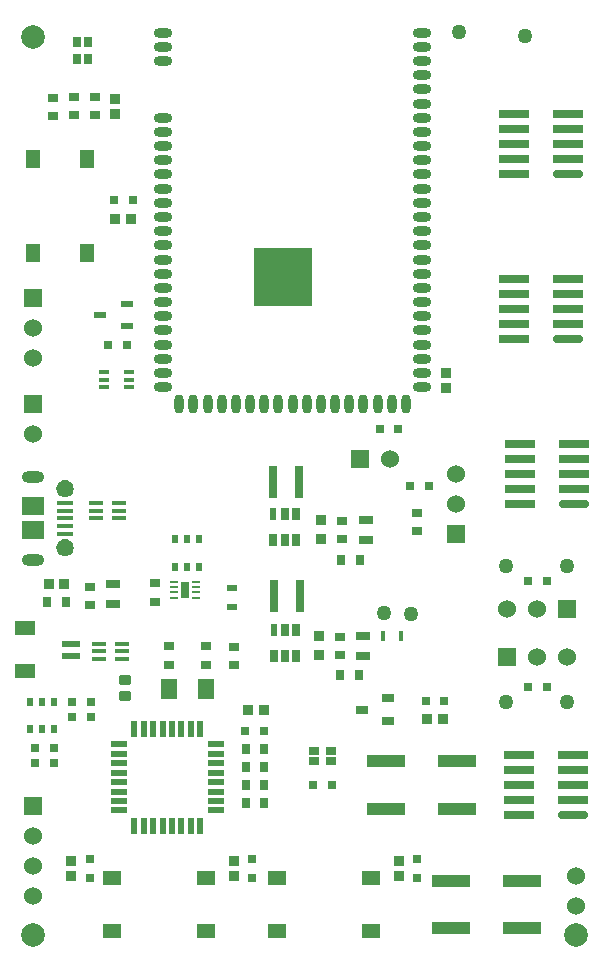
<source format=gts>
G04*
G04 #@! TF.GenerationSoftware,Altium Limited,Altium Designer,22.4.2 (48)*
G04*
G04 Layer_Color=8388736*
%FSLAX44Y44*%
%MOMM*%
G71*
G04*
G04 #@! TF.SameCoordinates,FFC21B23-D813-4AC5-8D0E-201BBD69237A*
G04*
G04*
G04 #@! TF.FilePolarity,Negative*
G04*
G01*
G75*
%ADD21R,0.8128X0.9144*%
%ADD22R,0.9144X0.8128*%
%ADD23R,0.9000X0.8000*%
%ADD24R,1.3000X0.7000*%
%ADD25R,0.9652X0.8636*%
%ADD26R,0.9500X0.5500*%
%ADD27R,0.6500X0.8500*%
%ADD28R,0.8500X0.6500*%
G04:AMPARAMS|DCode=29|XSize=0.95mm|YSize=0.8mm|CornerRadius=0.1mm|HoleSize=0mm|Usage=FLASHONLY|Rotation=0.000|XOffset=0mm|YOffset=0mm|HoleType=Round|Shape=RoundedRectangle|*
%AMROUNDEDRECTD29*
21,1,0.9500,0.6000,0,0,0.0*
21,1,0.7500,0.8000,0,0,0.0*
1,1,0.2000,0.3750,-0.3000*
1,1,0.2000,-0.3750,-0.3000*
1,1,0.2000,-0.3750,0.3000*
1,1,0.2000,0.3750,0.3000*
%
%ADD29ROUNDEDRECTD29*%
G04:AMPARAMS|DCode=30|XSize=0.95mm|YSize=0.8mm|CornerRadius=0.08mm|HoleSize=0mm|Usage=FLASHONLY|Rotation=0.000|XOffset=0mm|YOffset=0mm|HoleType=Round|Shape=RoundedRectangle|*
%AMROUNDEDRECTD30*
21,1,0.9500,0.6400,0,0,0.0*
21,1,0.7900,0.8000,0,0,0.0*
1,1,0.1600,0.3950,-0.3200*
1,1,0.1600,-0.3950,-0.3200*
1,1,0.1600,-0.3950,0.3200*
1,1,0.1600,0.3950,0.3200*
%
%ADD30ROUNDEDRECTD30*%
%ADD31R,1.8000X1.2000*%
%ADD32R,1.5500X0.6000*%
%ADD33R,2.5400X0.6350*%
G04:AMPARAMS|DCode=34|XSize=2.54mm|YSize=0.635mm|CornerRadius=0.1588mm|HoleSize=0mm|Usage=FLASHONLY|Rotation=180.000|XOffset=0mm|YOffset=0mm|HoleType=Round|Shape=RoundedRectangle|*
%AMROUNDEDRECTD34*
21,1,2.5400,0.3175,0,0,180.0*
21,1,2.2225,0.6350,0,0,180.0*
1,1,0.3175,-1.1113,0.1588*
1,1,0.3175,1.1113,0.1588*
1,1,0.3175,1.1113,-0.1588*
1,1,0.3175,-1.1113,-0.1588*
%
%ADD34ROUNDEDRECTD34*%
%ADD35R,0.8000X2.7000*%
G04:AMPARAMS|DCode=37|XSize=0.8mm|YSize=1.6mm|CornerRadius=0.4mm|HoleSize=0mm|Usage=FLASHONLY|Rotation=0.000|XOffset=0mm|YOffset=0mm|HoleType=Round|Shape=RoundedRectangle|*
%AMROUNDEDRECTD37*
21,1,0.8000,0.8000,0,0,0.0*
21,1,0.0000,1.6000,0,0,0.0*
1,1,0.8000,0.0000,-0.4000*
1,1,0.8000,0.0000,-0.4000*
1,1,0.8000,0.0000,0.4000*
1,1,0.8000,0.0000,0.4000*
%
%ADD37ROUNDEDRECTD37*%
G04:AMPARAMS|DCode=38|XSize=1.6mm|YSize=0.8mm|CornerRadius=0.4mm|HoleSize=0mm|Usage=FLASHONLY|Rotation=0.000|XOffset=0mm|YOffset=0mm|HoleType=Round|Shape=RoundedRectangle|*
%AMROUNDEDRECTD38*
21,1,1.6000,0.0000,0,0,0.0*
21,1,0.8000,0.8000,0,0,0.0*
1,1,0.8000,0.4000,0.0000*
1,1,0.8000,-0.4000,0.0000*
1,1,0.8000,-0.4000,0.0000*
1,1,0.8000,0.4000,0.0000*
%
%ADD38ROUNDEDRECTD38*%
%ADD39R,1.0668X0.5588*%
%ADD40R,0.5080X0.6990*%
%ADD41R,1.1684X0.3556*%
%ADD42R,0.7620X0.8128*%
%ADD43R,0.8000X0.8000*%
%ADD44R,0.8128X0.7620*%
%ADD45R,0.8000X0.8000*%
%ADD46R,0.4500X0.8500*%
%ADD47R,3.2000X1.0000*%
%ADD48R,1.2954X1.5494*%
%ADD49R,1.5494X1.2954*%
%ADD50R,0.5080X1.4732*%
%ADD51R,1.4732X0.5080*%
%ADD52R,0.6500X1.0600*%
%ADD53R,0.6000X1.0600*%
%ADD54R,0.7000X0.2500*%
%ADD56R,1.3208X1.7018*%
%ADD57R,0.8500X0.4500*%
%ADD59R,1.3462X0.4064*%
%ADD60R,1.0600X0.6500*%
%ADD61R,5.0000X5.0000*%
%ADD62C,1.2700*%
%ADD63R,0.6400X1.3700*%
%ADD64R,1.9050X1.4986*%
%ADD65C,2.0000*%
%ADD66R,1.5240X1.5240*%
%ADD67C,1.5240*%
%ADD68R,1.5240X1.5240*%
%ADD69O,1.9050X0.9910*%
%ADD70C,1.4500*%
G36*
X54587Y347985D02*
X54338Y349875D01*
X53608Y351636D01*
X52448Y353148D01*
X50936Y354308D01*
X49175Y355038D01*
X47285Y355286D01*
X45395Y355038D01*
X43634Y354308D01*
X42122Y353148D01*
X40962Y351636D01*
X40232Y349875D01*
X39983Y347985D01*
D01*
X40232Y346095D01*
X40962Y344334D01*
X42122Y342822D01*
X43634Y341662D01*
X45395Y340932D01*
X47285Y340684D01*
X49175Y340932D01*
X50936Y341662D01*
X52448Y342822D01*
X53608Y344334D01*
X54338Y346095D01*
X54587Y347985D01*
D01*
D02*
G37*
G36*
Y397985D02*
X54338Y399875D01*
X53608Y401636D01*
X52448Y403148D01*
X50936Y404308D01*
X49175Y405038D01*
X47285Y405286D01*
X45395Y405038D01*
X43634Y404308D01*
X42122Y403148D01*
X40962Y401636D01*
X40232Y399875D01*
X39983Y397985D01*
D01*
X40232Y396095D01*
X40962Y394334D01*
X42122Y392822D01*
X43634Y391662D01*
X45395Y390932D01*
X47285Y390684D01*
X49175Y390932D01*
X50936Y391662D01*
X52448Y392822D01*
X53608Y394334D01*
X54338Y396095D01*
X54587Y397985D01*
D01*
D02*
G37*
D21*
X33226Y317500D02*
D03*
X46180D02*
D03*
X366967Y203090D02*
D03*
X354013D02*
D03*
X102848Y626512D02*
D03*
X89894D02*
D03*
X215477Y211000D02*
D03*
X202523D02*
D03*
D22*
X89640Y715240D02*
D03*
Y728194D02*
D03*
X370153Y496029D02*
D03*
Y483075D02*
D03*
X330200Y69723D02*
D03*
Y82677D02*
D03*
X190500Y69723D02*
D03*
Y82677D02*
D03*
X52007Y82660D02*
D03*
Y69706D02*
D03*
D23*
X166186Y248612D02*
D03*
Y264612D02*
D03*
X135122Y248838D02*
D03*
Y264838D02*
D03*
D24*
X299790Y273430D02*
D03*
Y256430D02*
D03*
X301720Y371720D02*
D03*
Y354720D02*
D03*
X88000Y300500D02*
D03*
Y317500D02*
D03*
D25*
X262290Y256929D02*
D03*
Y272931D02*
D03*
X263620Y355219D02*
D03*
Y371221D02*
D03*
D26*
X189000Y298000D02*
D03*
Y314000D02*
D03*
D27*
X66250Y761750D02*
D03*
Y776250D02*
D03*
X57750D02*
D03*
Y761750D02*
D03*
D28*
X257750Y167750D02*
D03*
X272250D02*
D03*
Y176250D02*
D03*
X257750D02*
D03*
D29*
X98000Y235750D02*
D03*
D30*
Y222250D02*
D03*
D31*
X13320Y243620D02*
D03*
Y279620D02*
D03*
D32*
X52070Y256620D02*
D03*
Y266620D02*
D03*
D33*
X432140Y435400D02*
D03*
X477860D02*
D03*
X432140Y422700D02*
D03*
X477860D02*
D03*
X432140Y410000D02*
D03*
X477860D02*
D03*
X432140Y397300D02*
D03*
X477860D02*
D03*
X432140Y384600D02*
D03*
X431800Y121920D02*
D03*
X477520Y134620D02*
D03*
X431800D02*
D03*
X477520Y147320D02*
D03*
X431800D02*
D03*
X477520Y160020D02*
D03*
X431800D02*
D03*
X477520Y172720D02*
D03*
X431800D02*
D03*
X427140Y664600D02*
D03*
X472860Y677300D02*
D03*
X427140D02*
D03*
X472860Y690000D02*
D03*
X427140D02*
D03*
X472860Y702700D02*
D03*
X427140D02*
D03*
X472860Y715400D02*
D03*
X427140D02*
D03*
Y524600D02*
D03*
X472860Y537300D02*
D03*
X427140D02*
D03*
X472860Y550000D02*
D03*
X427140D02*
D03*
X472860Y562700D02*
D03*
X427140D02*
D03*
X472860Y575400D02*
D03*
X427140D02*
D03*
D34*
X477860Y384600D02*
D03*
X477520Y121920D02*
D03*
X472860Y664600D02*
D03*
Y524600D02*
D03*
D35*
X246000Y307000D02*
D03*
X224000D02*
D03*
X245000Y404000D02*
D03*
X223000D02*
D03*
D37*
X287840Y470000D02*
D03*
X311840D02*
D03*
X335840D02*
D03*
X275840D02*
D03*
X251840D02*
D03*
X215840D02*
D03*
X227840D02*
D03*
X167840D02*
D03*
X191840D02*
D03*
X323840D02*
D03*
X299840D02*
D03*
X263840D02*
D03*
X239840D02*
D03*
X203840D02*
D03*
X179840D02*
D03*
X155840D02*
D03*
X143840D02*
D03*
D38*
X129840Y712000D02*
D03*
Y676000D02*
D03*
Y628000D02*
D03*
Y652000D02*
D03*
Y592000D02*
D03*
Y568000D02*
D03*
Y556000D02*
D03*
Y616000D02*
D03*
Y508000D02*
D03*
Y532000D02*
D03*
Y700000D02*
D03*
Y688000D02*
D03*
Y664000D02*
D03*
Y640000D02*
D03*
Y604000D02*
D03*
Y580000D02*
D03*
Y544000D02*
D03*
Y520000D02*
D03*
Y496000D02*
D03*
Y484000D02*
D03*
X349840Y772000D02*
D03*
Y736000D02*
D03*
Y712000D02*
D03*
Y652000D02*
D03*
Y628000D02*
D03*
Y676000D02*
D03*
Y616000D02*
D03*
Y556000D02*
D03*
Y568000D02*
D03*
Y592000D02*
D03*
Y532000D02*
D03*
Y508000D02*
D03*
Y784000D02*
D03*
Y760000D02*
D03*
Y748000D02*
D03*
Y724000D02*
D03*
Y700000D02*
D03*
Y688000D02*
D03*
Y664000D02*
D03*
Y640000D02*
D03*
Y604000D02*
D03*
Y580000D02*
D03*
Y544000D02*
D03*
Y520000D02*
D03*
Y496000D02*
D03*
Y484000D02*
D03*
X129840Y760000D02*
D03*
Y772000D02*
D03*
Y784000D02*
D03*
D39*
X99430Y535475D02*
D03*
Y554525D02*
D03*
X76570Y545000D02*
D03*
D40*
X27940Y217370D02*
D03*
Y194110D02*
D03*
X38040D02*
D03*
Y217370D02*
D03*
X17840D02*
D03*
Y194110D02*
D03*
X140280Y331960D02*
D03*
Y355220D02*
D03*
X160480D02*
D03*
Y331960D02*
D03*
X150380D02*
D03*
Y355220D02*
D03*
D41*
X93172Y385950D02*
D03*
Y379450D02*
D03*
Y372950D02*
D03*
X73614D02*
D03*
Y379450D02*
D03*
Y385950D02*
D03*
X76291Y266720D02*
D03*
Y260220D02*
D03*
Y253720D02*
D03*
X95849D02*
D03*
Y260220D02*
D03*
Y266720D02*
D03*
D42*
X32126Y302087D02*
D03*
X47620D02*
D03*
X216027Y132080D02*
D03*
X200533D02*
D03*
Y147320D02*
D03*
X216027D02*
D03*
X200533Y162560D02*
D03*
X216027D02*
D03*
X215900Y177800D02*
D03*
X200406D02*
D03*
X295747Y240000D02*
D03*
X280253D02*
D03*
X296640Y337820D02*
D03*
X281146D02*
D03*
D43*
X352490Y218090D02*
D03*
X368490D02*
D03*
X455099Y319751D02*
D03*
X439099D02*
D03*
X88371Y642362D02*
D03*
X104371D02*
D03*
X313500Y448263D02*
D03*
X329500D02*
D03*
X100000Y520000D02*
D03*
X84000D02*
D03*
X216000Y193000D02*
D03*
X200000D02*
D03*
X22000Y178000D02*
D03*
X38000D02*
D03*
X52960Y217306D02*
D03*
X68960D02*
D03*
Y205059D02*
D03*
X52960D02*
D03*
X22000Y165924D02*
D03*
X38000D02*
D03*
X455099Y229755D02*
D03*
X439099D02*
D03*
X355000Y400000D02*
D03*
X339000D02*
D03*
D44*
X72196Y713970D02*
D03*
Y729464D02*
D03*
X37350Y729160D02*
D03*
Y713666D02*
D03*
X54756Y713970D02*
D03*
Y729464D02*
D03*
X279790Y257183D02*
D03*
Y272677D02*
D03*
X123000Y317747D02*
D03*
Y302253D02*
D03*
X345000Y377747D02*
D03*
Y362253D02*
D03*
X281400Y355473D02*
D03*
Y370967D02*
D03*
X68040Y299593D02*
D03*
Y315087D02*
D03*
X190437Y248689D02*
D03*
Y264183D02*
D03*
D45*
X273250Y147000D02*
D03*
X256750D02*
D03*
X345440Y84200D02*
D03*
Y68200D02*
D03*
X205740Y84200D02*
D03*
Y68200D02*
D03*
X68580Y68200D02*
D03*
Y84200D02*
D03*
D46*
X316505Y273185D02*
D03*
X331505D02*
D03*
D47*
X319000Y167000D02*
D03*
Y127000D02*
D03*
X379000D02*
D03*
Y167000D02*
D03*
X433860Y25720D02*
D03*
Y65720D02*
D03*
X373860D02*
D03*
Y25720D02*
D03*
D48*
X65500Y597250D02*
D03*
X20500D02*
D03*
Y676750D02*
D03*
X65500D02*
D03*
D49*
X306450Y23220D02*
D03*
Y68220D02*
D03*
X226950D02*
D03*
Y23220D02*
D03*
X87250D02*
D03*
Y68220D02*
D03*
X166750D02*
D03*
Y23220D02*
D03*
D50*
X161810Y194698D02*
D03*
X153810D02*
D03*
X145810D02*
D03*
X137810D02*
D03*
X129810D02*
D03*
X121810D02*
D03*
X113810D02*
D03*
X105810D02*
D03*
Y112402D02*
D03*
X113810D02*
D03*
X121810D02*
D03*
X129810D02*
D03*
X137810D02*
D03*
X145810D02*
D03*
X153810D02*
D03*
X161810D02*
D03*
D51*
X92662Y181550D02*
D03*
Y173550D02*
D03*
Y165550D02*
D03*
Y157550D02*
D03*
Y149550D02*
D03*
Y141550D02*
D03*
Y133550D02*
D03*
Y125550D02*
D03*
X174958D02*
D03*
Y133550D02*
D03*
Y141550D02*
D03*
Y149550D02*
D03*
Y157550D02*
D03*
Y165550D02*
D03*
Y173550D02*
D03*
Y181550D02*
D03*
D52*
X233680Y256540D02*
D03*
Y278540D02*
D03*
X243180D02*
D03*
Y256540D02*
D03*
X224180D02*
D03*
X233140Y354760D02*
D03*
Y376760D02*
D03*
X242640D02*
D03*
Y354760D02*
D03*
X223640D02*
D03*
D53*
X224180Y278540D02*
D03*
X223640Y376760D02*
D03*
D54*
X157940Y319080D02*
D03*
Y314580D02*
D03*
Y310080D02*
D03*
Y305580D02*
D03*
X139440D02*
D03*
Y310080D02*
D03*
Y319080D02*
D03*
Y314580D02*
D03*
D56*
X135322Y228550D02*
D03*
X166310D02*
D03*
D57*
X101380Y483872D02*
D03*
Y490372D02*
D03*
Y496872D02*
D03*
X80380Y483872D02*
D03*
Y490372D02*
D03*
Y496872D02*
D03*
D59*
X47035Y359985D02*
D03*
Y366485D02*
D03*
Y372985D02*
D03*
Y379485D02*
D03*
Y385985D02*
D03*
D60*
X299000Y211000D02*
D03*
X321000Y220500D02*
D03*
Y201500D02*
D03*
D61*
X231840Y577000D02*
D03*
D62*
X381160Y784200D02*
D03*
X437000Y781000D02*
D03*
X472240Y332831D02*
D03*
X420925D02*
D03*
X317000Y293000D02*
D03*
X340000Y292000D02*
D03*
X420950Y216960D02*
D03*
X472258D02*
D03*
D63*
X148690Y312330D02*
D03*
D64*
X20285Y362985D02*
D03*
Y382985D02*
D03*
D65*
X20000Y780000D02*
D03*
X480000Y20000D02*
D03*
X20000D02*
D03*
D66*
X20254Y469492D02*
D03*
Y559402D02*
D03*
Y129492D02*
D03*
X378000Y359600D02*
D03*
D67*
X20254Y444092D02*
D03*
X447099Y295795D02*
D03*
X421699D02*
D03*
X322400Y423000D02*
D03*
X20254Y534002D02*
D03*
Y508602D02*
D03*
Y104092D02*
D03*
Y78692D02*
D03*
Y53292D02*
D03*
X378000Y410400D02*
D03*
Y385000D02*
D03*
X472499Y255155D02*
D03*
X447099D02*
D03*
X480000Y70000D02*
D03*
Y45000D02*
D03*
D68*
X472499Y295795D02*
D03*
X297000Y423000D02*
D03*
X421699Y255155D02*
D03*
D69*
X20285Y407985D02*
D03*
Y337985D02*
D03*
D70*
X47285Y347985D02*
D03*
Y397985D02*
D03*
M02*

</source>
